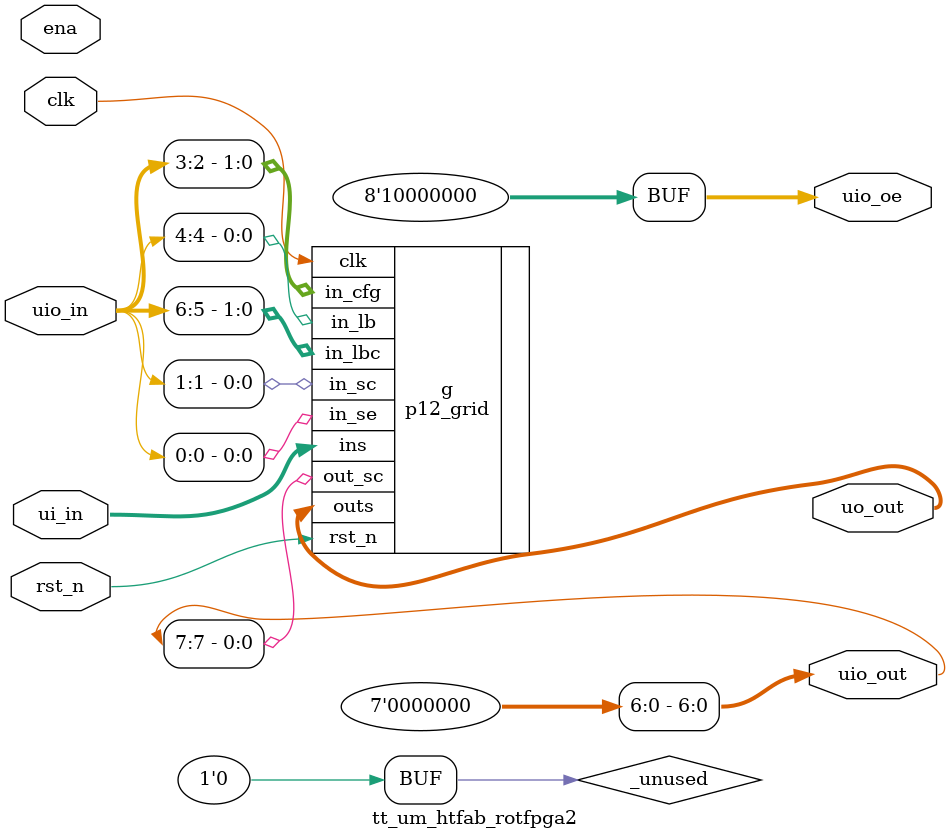
<source format=v>
`default_nettype none

module tt_um_htfab_rotfpga2 (
    input  wire [7:0] ui_in,    // input pins (for user input)
    output wire [7:0] uo_out,   // output pins (for user output)
    input  wire [7:0] uio_in,   // bidirectional input pins (for scan chain, configuration and loop breaker input)
    output wire [7:0] uio_out,  // bidirectional output pins (for scan chain output)
    output wire [7:0] uio_oe,   // direction of bidirectional pins (0=input, 1=output)
    input  wire       ena,      // whether design is enabled (unused)
    input  wire       clk,      // clock
    input  wire       rst_n     // active-low reset
);

    p12_grid g (
        .clk(clk),
        .rst_n(rst_n),
        .in_se(uio_in[0]),
        .in_sc(uio_in[1]),
        .in_cfg(uio_in[3:2]),
        .in_lb(uio_in[4]),
        .in_lbc(uio_in[6:5]),
        .ins(ui_in),
        .out_sc(uio_out[7]),
        .outs(uo_out)
    );

    assign uio_out[6:0] = 7'b0000000;
    assign uio_oe[6:0] = 7'b0000000;
    assign uio_oe[7] = 1'b1;

    wire _unused = &{uio_in[7], ena, 1'b0};

endmodule

</source>
